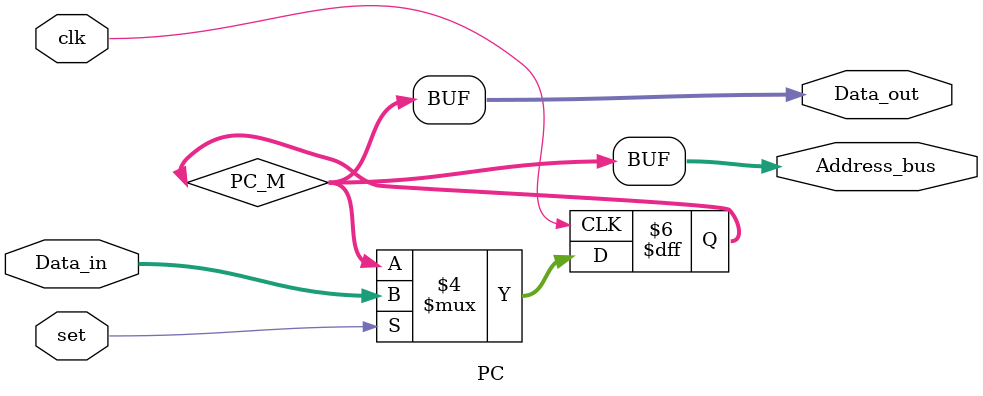
<source format=v>
`timescale 1ns / 1ps
module PC(clk,Data_out,Data_in,Address_bus,set);
  
  input clk,set;
  input [7:0] Data_in;                    // inputs
  
  output [7:0] Data_out,Address_bus;      //outputs
  
  reg [7:0] PC_M;
  
  initial begin 
     PC_M = 8'b00000;
  end
  
  assign Address_bus = PC_M;         //ASIGN DATA OUT   &  ADDRESS BUS
  assign Data_out = PC_M;
  
  always @ (posedge clk) begin
       
     if(set)
			PC_M = Data_in;               // Set PC
	end
  

endmodule

</source>
